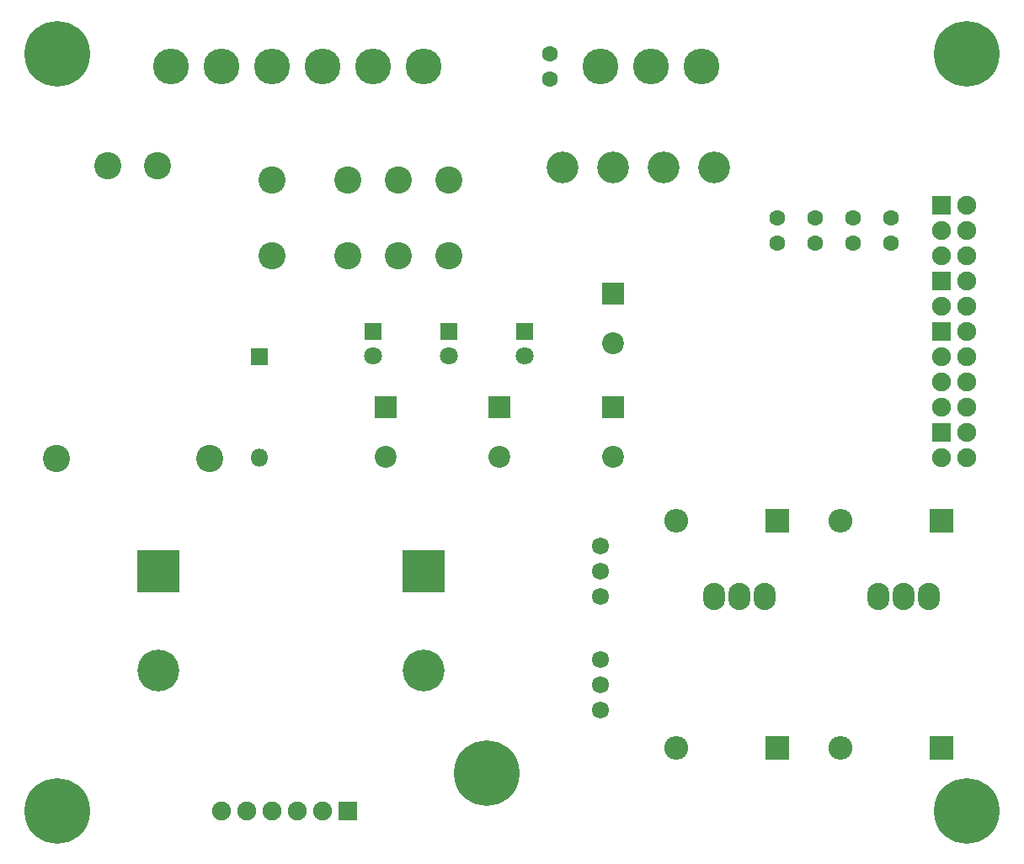
<source format=gbs>
G04 #@! TF.FileFunction,Soldermask,Bot*
%FSLAX46Y46*%
G04 Gerber Fmt 4.6, Leading zero omitted, Abs format (unit mm)*
G04 Created by KiCad (PCBNEW 4.0.4+e1-6308~48~ubuntu15.10.1-stable) date Wed Feb  8 22:58:30 2017*
%MOMM*%
%LPD*%
G01*
G04 APERTURE LIST*
%ADD10C,0.100000*%
%ADD11C,3.600000*%
%ADD12R,4.200000X4.200000*%
%ADD13C,4.200000*%
%ADD14R,2.200000X2.200000*%
%ADD15C,2.200000*%
%ADD16R,1.800000X1.800000*%
%ADD17C,1.800000*%
%ADD18R,2.400000X2.400000*%
%ADD19O,2.400000X2.400000*%
%ADD20C,1.600000*%
%ADD21R,1.900000X1.900000*%
%ADD22O,1.900000X1.900000*%
%ADD23C,1.724000*%
%ADD24C,2.740000*%
%ADD25O,2.232000X2.740000*%
%ADD26O,1.800000X1.800000*%
%ADD27C,3.200000*%
%ADD28C,6.600000*%
G04 APERTURE END LIST*
D10*
D11*
X134620000Y-49530000D03*
X129540000Y-49530000D03*
X124460000Y-49530000D03*
D12*
X80010000Y-100330000D03*
D13*
X80010000Y-110330000D03*
D12*
X106680000Y-100330000D03*
D13*
X106680000Y-110330000D03*
D14*
X114300000Y-83820000D03*
D15*
X114300000Y-88820000D03*
D16*
X101600000Y-76200000D03*
D17*
X101600000Y-78700000D03*
D16*
X109220000Y-76200000D03*
D17*
X109220000Y-78700000D03*
D14*
X125730000Y-72390000D03*
D15*
X125730000Y-77390000D03*
D14*
X125730000Y-83820000D03*
D15*
X125730000Y-88820000D03*
D14*
X102870000Y-83820000D03*
D15*
X102870000Y-88820000D03*
D18*
X142240000Y-118110000D03*
D19*
X132080000Y-118110000D03*
D20*
X153670000Y-64770000D03*
X153670000Y-67310000D03*
X149860000Y-64770000D03*
X149860000Y-67310000D03*
X119380000Y-48260000D03*
X119380000Y-50800000D03*
X146050000Y-64770000D03*
X146050000Y-67310000D03*
X142240000Y-64770000D03*
X142240000Y-67310000D03*
D21*
X158750000Y-71120000D03*
D22*
X161290000Y-71120000D03*
X158750000Y-73660000D03*
X161290000Y-73660000D03*
D21*
X158750000Y-63500000D03*
D22*
X161290000Y-63500000D03*
X158750000Y-66040000D03*
X161290000Y-66040000D03*
X158750000Y-68580000D03*
X161290000Y-68580000D03*
D23*
X124460000Y-100330000D03*
X124460000Y-97790000D03*
X124460000Y-102870000D03*
X124460000Y-111760000D03*
X124460000Y-109220000D03*
X124460000Y-114300000D03*
D24*
X79970000Y-59595000D03*
X74970000Y-59595000D03*
X85170000Y-88995000D03*
X69770000Y-88995000D03*
D25*
X154940000Y-102870000D03*
X157480000Y-102870000D03*
X152400000Y-102870000D03*
X138430000Y-102870000D03*
X140970000Y-102870000D03*
X135890000Y-102870000D03*
D11*
X91440000Y-49530000D03*
X86360000Y-49530000D03*
X81280000Y-49530000D03*
X106680000Y-49530000D03*
X101600000Y-49530000D03*
X96520000Y-49530000D03*
D24*
X91440000Y-60960000D03*
X91440000Y-68580000D03*
X99060000Y-68580000D03*
X104140000Y-68580000D03*
X109220000Y-68580000D03*
X99060000Y-60960000D03*
X104140000Y-60960000D03*
X109220000Y-60960000D03*
D16*
X90170000Y-78740000D03*
D26*
X90170000Y-88900000D03*
D18*
X158750000Y-95250000D03*
D19*
X148590000Y-95250000D03*
D18*
X142240000Y-95250000D03*
D19*
X132080000Y-95250000D03*
D18*
X158750000Y-118110000D03*
D19*
X148590000Y-118110000D03*
D27*
X135890000Y-59690000D03*
X130810000Y-59690000D03*
X125730000Y-59690000D03*
X120650000Y-59690000D03*
D16*
X116840000Y-76200000D03*
D17*
X116840000Y-78700000D03*
D21*
X158750000Y-76200000D03*
D22*
X161290000Y-76200000D03*
X158750000Y-78740000D03*
X161290000Y-78740000D03*
X158750000Y-81280000D03*
X161290000Y-81280000D03*
X158750000Y-83820000D03*
X161290000Y-83820000D03*
D21*
X158750000Y-86360000D03*
D22*
X161290000Y-86360000D03*
X158750000Y-88900000D03*
X161290000Y-88900000D03*
D21*
X99060000Y-124460000D03*
D22*
X96520000Y-124460000D03*
X93980000Y-124460000D03*
X91440000Y-124460000D03*
X88900000Y-124460000D03*
X86360000Y-124460000D03*
D28*
X69850000Y-48260000D03*
X113030000Y-120650000D03*
X161290000Y-48260000D03*
X69850000Y-124460000D03*
X161290000Y-124460000D03*
M02*

</source>
